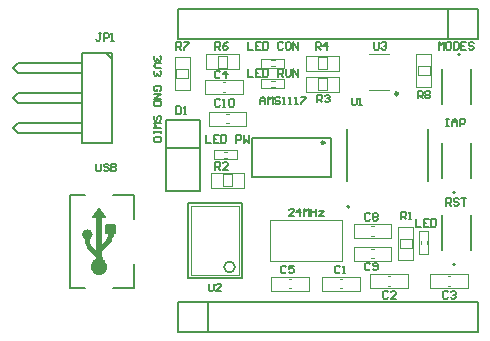
<source format=gto>
G04*
G04 #@! TF.GenerationSoftware,Altium Limited,Altium Designer,19.0.10 (269)*
G04*
G04 Layer_Color=65535*
%FSTAX25Y25*%
%MOIN*%
G70*
G01*
G75*
%ADD10C,0.00787*%
%ADD11C,0.00984*%
%ADD12C,0.00600*%
%ADD13C,0.01500*%
%ADD14C,0.02000*%
%ADD15C,0.03500*%
%ADD16C,0.00500*%
%ADD17C,0.00394*%
%ADD18C,0.00400*%
%ADD19C,0.00200*%
%ADD20C,0.00700*%
G36*
X0225713Y0130703D02*
Y012775D01*
X0222761Y012775D01*
Y0130703D01*
X0225713D01*
D02*
G37*
G36*
X02203Y0136018D02*
X0222269Y0133262D01*
X0218332D01*
X02203Y0136018D01*
D02*
G37*
D10*
X0303764Y0136618D02*
G03*
X0303764Y0136618I-0000394J0D01*
G01*
X0339106Y014137D02*
G03*
X0339106Y014137I-0000394J0D01*
G01*
X0340681Y018733D02*
G03*
X0340681Y018733I-0000394J0D01*
G01*
X0339106Y011737D02*
G03*
X0339106Y011737I-0000394J0D01*
G01*
X0191595Y0183D02*
X0193261Y0181333D01*
X0191595Y0173D02*
X0193261Y0174667D01*
X0191595Y0173D02*
X0193261Y0171333D01*
X0191595Y0183D02*
X0193261Y0184667D01*
X0222761Y0187833D02*
X0224428Y0186167D01*
X0224594Y0158D02*
Y0188D01*
X0214595D02*
X0224594D01*
X0214595Y0158D02*
X0224594D01*
X0214595D02*
Y0188D01*
X0193261Y0184667D02*
X0214494D01*
X0193261Y0181333D02*
X0214595D01*
X0193261Y0174667D02*
X0214494D01*
X0193261Y0171333D02*
X0214494D01*
X0191595Y0163D02*
X0193261Y0161333D01*
X0191595Y0163D02*
X0193261Y0164667D01*
X0214494D01*
X0193261Y0161333D02*
X0214595D01*
X0271311Y0146602D02*
X0297689D01*
X0271311Y0159398D02*
X0297689D01*
Y0146602D02*
Y0159398D01*
X0271311Y0146602D02*
Y0159398D01*
X02565Y0095D02*
Y0105D01*
X03465Y0095D02*
Y0105D01*
X02465Y0095D02*
X03465D01*
X02465D02*
Y0105D01*
X0254D01*
X03465D01*
X02465Y01925D02*
X0339D01*
X03465D01*
Y02025D01*
X02465D02*
X03465D01*
X02465Y01925D02*
Y02025D01*
X03365Y01925D02*
Y02025D01*
D11*
X0295484Y0158D02*
G03*
X0295484Y0158I-0000492J0D01*
G01*
X0319992Y0174346D02*
G03*
X0319992Y0174346I-0000492J0D01*
G01*
D12*
X02656Y0116541D02*
G03*
X02656Y0116541I-00018J0D01*
G01*
X0250013Y0113041D02*
X0267987D01*
X0250013D02*
Y0137959D01*
X0267987D01*
Y0113041D02*
Y0137959D01*
X02105Y01405D02*
X0215516D01*
X02105Y01095D02*
Y01405D01*
Y01095D02*
X0215516D01*
X0232Y01095D02*
Y01175D01*
X022502Y01095D02*
X0232Y01095D01*
X02321Y01325D02*
X02321Y01405D01*
X022502D02*
X02321D01*
D13*
X0223499Y0125483D02*
G03*
X0224237Y0127266I-0001783J0001783D01*
G01*
X0216379Y0124935D02*
G03*
X0217117Y0123152I0002521J0D01*
G01*
X0220546Y012253D02*
X0223499Y0125483D01*
X0217117Y0123152D02*
X0220554Y0119715D01*
X0224237Y0127266D02*
Y012925D01*
X0216379Y0124935D02*
Y012725D01*
D14*
X0217166Y0127356D02*
G03*
X0217166Y0127356I-0000787J0D01*
G01*
X02203Y011675D02*
Y013425D01*
D15*
X02213Y0116593D02*
G03*
X02213Y0116593I-0001J0D01*
G01*
D16*
X0330083Y0145339D02*
Y0162661D01*
X0302917Y0145339D02*
Y0162661D01*
X0334579Y0146095D02*
Y0157905D01*
X0344421Y0146095D02*
Y0157905D01*
Y0170794D02*
Y0182606D01*
X0334579Y0170794D02*
Y0182606D01*
Y0122095D02*
Y0133905D01*
X0344421Y0122095D02*
Y0133905D01*
X02425Y01561D02*
X02541D01*
X02425Y016243D02*
Y01655D01*
X02541D01*
Y016243D02*
Y01655D01*
Y01419D02*
Y016243D01*
X02425Y01419D02*
Y016243D01*
Y01419D02*
X02541D01*
X0222761Y0130703D02*
X0225713D01*
Y012775D02*
Y0130703D01*
X0222761Y012775D02*
X0225713Y012775D01*
X0222761Y012775D02*
Y0130703D01*
X0218332Y0133262D02*
X0222269D01*
X0218332D02*
X02203Y0136018D01*
X0222269Y0133262D01*
D17*
X02892Y0182D02*
Y0187D01*
Y0182D02*
X02982D01*
X03002D01*
Y0187D01*
X02892D02*
X03002D01*
X02932Y01825D02*
Y01865D01*
Y01825D02*
X02962D01*
Y01865D01*
X02932D02*
X02962D01*
X02892Y0175D02*
Y018D01*
Y0175D02*
X02982D01*
X03002D01*
Y018D01*
X02892D02*
X03002D01*
X02932Y01755D02*
Y01795D01*
Y01755D02*
X02962D01*
Y01795D01*
X02932D02*
X02962D01*
X027445Y0182901D02*
X028205D01*
X027445D02*
Y0186001D01*
X028205D01*
Y0182901D02*
Y0186001D01*
X027765Y0183501D02*
X027885D01*
X027765Y0185501D02*
X027885D01*
X027445Y0176094D02*
X028205D01*
X027445D02*
Y0179194D01*
X028205D01*
Y0176094D02*
Y0179194D01*
X027765Y0176694D02*
X027885D01*
X027765Y0178694D02*
X027885D01*
X031015Y0187437D02*
X0317039D01*
X031015Y0175429D02*
X0317039D01*
X0326Y01875D02*
X0331D01*
X0326Y01785D02*
Y01875D01*
Y01765D02*
Y01785D01*
Y01765D02*
X0331D01*
Y01875D01*
X03265Y01835D02*
X03305D01*
X03265Y01805D02*
Y01835D01*
Y01805D02*
X03305D01*
Y01835D01*
X032Y0119D02*
X0325D01*
Y0128D01*
Y013D01*
X032D02*
X0325D01*
X032Y0119D02*
Y013D01*
X03205Y0123D02*
X03245D01*
Y0126D01*
X03205D02*
X03245D01*
X03205Y0123D02*
Y0126D01*
X03269Y0120904D02*
Y0128504D01*
X033D01*
Y0120904D02*
Y0128504D01*
X03269Y0120904D02*
X033D01*
X03275Y0124103D02*
Y0125303D01*
X03295Y0124103D02*
Y0125303D01*
X0277366Y013222D02*
X0301382D01*
X0277366Y0118441D02*
Y013222D01*
X0301382Y0118441D02*
Y013222D01*
X0277366Y0118441D02*
X0301382D01*
X02575Y0143D02*
Y0148D01*
Y0143D02*
X02665D01*
X02685D01*
Y0148D01*
X02575D02*
X02685D01*
X02615Y01435D02*
Y01475D01*
Y01435D02*
X02645D01*
Y01475D01*
X02615D02*
X02645D01*
X02587Y01556D02*
X02663D01*
Y01525D02*
Y01556D01*
X02587Y01525D02*
X02663D01*
X02587D02*
Y01556D01*
X02619Y0155D02*
X02631D01*
X02619Y0153D02*
X02631D01*
X0256Y01825D02*
Y01875D01*
Y01825D02*
X0265D01*
X0267D01*
Y01875D01*
X0256D02*
X0267D01*
X026Y0183D02*
Y0187D01*
Y0183D02*
X0263D01*
Y0187D01*
X026D02*
X0263D01*
X02455Y0186501D02*
X02505D01*
X02455Y0177501D02*
Y0186501D01*
Y0175501D02*
Y0177501D01*
Y0175501D02*
X02505D01*
Y0186501D01*
X0246Y0182501D02*
X025D01*
X0246Y0179501D02*
Y0182501D01*
Y0179501D02*
X025D01*
Y0182501D01*
D18*
X03432Y0109503D02*
Y0114103D01*
X03308D02*
X03432D01*
X03308Y0109503D02*
Y0114103D01*
Y0109503D02*
X03432D01*
X03366Y0110204D02*
X03374D01*
X03366Y0113403D02*
X03374D01*
X03053Y01262D02*
Y01308D01*
Y01262D02*
X03177D01*
Y01308D01*
X03053D02*
X03177D01*
X03111Y01301D02*
X03119D01*
X03111Y01269D02*
X03119D01*
X03053Y01187D02*
Y01233D01*
Y01187D02*
X03177D01*
Y01233D01*
X03053D02*
X03177D01*
X03111Y01226D02*
X03119D01*
X03111Y01194D02*
X03119D01*
X03232Y0109503D02*
Y0114103D01*
X03108D02*
X03232D01*
X03108Y0109503D02*
Y0114103D01*
Y0109503D02*
X03232D01*
X03166Y0110204D02*
X03174D01*
X03166Y0113403D02*
X03174D01*
X02948Y01087D02*
Y01133D01*
Y01087D02*
X03072D01*
Y01133D01*
X02948D02*
X03072D01*
X03006Y01126D02*
X03014D01*
X03006Y01094D02*
X03014D01*
X02778Y01087D02*
Y01133D01*
Y01087D02*
X02902D01*
Y01133D01*
X02778D02*
X02902D01*
X02836Y01126D02*
X02844D01*
X02836Y01094D02*
X02844D01*
X02682Y01742D02*
Y01788D01*
X02558D02*
X02682D01*
X02558Y01742D02*
Y01788D01*
Y01742D02*
X02682D01*
X02616Y01749D02*
X02624D01*
X02616Y01781D02*
X02624D01*
X0269286Y01637D02*
Y01683D01*
X0256886D02*
X0269286D01*
X0256886Y01637D02*
Y01683D01*
Y01637D02*
X0269286D01*
X0262686Y01644D02*
X0263486D01*
X0262686Y01676D02*
X0263486D01*
D19*
X0250913Y0113941D02*
X0267087D01*
X0250913D02*
Y0137059D01*
X0267087D01*
Y0113941D02*
Y0137059D01*
D20*
X0240583Y0165362D02*
X0240999Y0165779D01*
Y0166612D01*
X0240583Y0167028D01*
X0240166D01*
X023975Y0166612D01*
Y0165779D01*
X0239333Y0165362D01*
X0238916D01*
X02385Y0165779D01*
Y0166612D01*
X0238916Y0167028D01*
X0240999Y0164529D02*
X02385D01*
X0239333Y0163696D01*
X02385Y0162863D01*
X0240999D01*
Y016203D02*
Y0161197D01*
Y0161614D01*
X02385D01*
Y016203D01*
Y0161197D01*
X0240999Y0158698D02*
Y0159531D01*
X0240583Y0159947D01*
X0238916D01*
X02385Y0159531D01*
Y0158698D01*
X0238916Y0158281D01*
X0240583D01*
X0240999Y0158698D01*
X0240583Y0175162D02*
X0240999Y0175579D01*
Y0176412D01*
X0240583Y0176828D01*
X0238916D01*
X02385Y0176412D01*
Y0175579D01*
X0238916Y0175162D01*
X023975D01*
Y0175995D01*
X02385Y0174329D02*
X0240999D01*
X02385Y0172663D01*
X0240999D01*
Y017183D02*
X02385D01*
Y017058D01*
X0238916Y0170164D01*
X0240583D01*
X0240999Y017058D01*
Y017183D01*
X0240583Y0187D02*
X0240999Y0186583D01*
Y018575D01*
X0240583Y0185334D01*
X0240166D01*
X023975Y018575D01*
Y0186167D01*
Y018575D01*
X0239333Y0185334D01*
X0238916D01*
X02385Y018575D01*
Y0186583D01*
X0238916Y0187D01*
X0240999Y0184501D02*
X0239333D01*
X02385Y0183668D01*
X0239333Y0182835D01*
X0240999D01*
X0240583Y0182002D02*
X0240999Y0181585D01*
Y0180752D01*
X0240583Y0180335D01*
X0240166D01*
X023975Y0180752D01*
Y0181169D01*
Y0180752D01*
X0239333Y0180335D01*
X0238916D01*
X02385Y0180752D01*
Y0181585D01*
X0238916Y0182002D01*
X0285266Y01335D02*
X02836D01*
X0285266Y0135166D01*
Y0135583D01*
X028485Y0135999D01*
X0284016D01*
X02836Y0135583D01*
X0287349Y01335D02*
Y0135999D01*
X0286099Y013475D01*
X0287765D01*
X0288598Y01335D02*
Y0135999D01*
X0289431Y0135166D01*
X0290265Y0135999D01*
Y01335D01*
X0291098Y0135999D02*
Y01335D01*
Y013475D01*
X0292764D01*
Y0135999D01*
Y01335D01*
X0293597Y0135166D02*
X0295263D01*
X0293597Y01335D01*
X0295263D01*
X03045Y0172999D02*
Y0170916D01*
X0304917Y01705D01*
X030575D01*
X0306166Y0170916D01*
Y0172999D01*
X0306999Y01705D02*
X0307832D01*
X0307416D01*
Y0172999D01*
X0306999Y0172583D01*
X03335Y0189D02*
Y0191499D01*
X0334333Y0190666D01*
X0335166Y0191499D01*
Y0189D01*
X0337249Y0191499D02*
X0336416D01*
X0335999Y0191083D01*
Y0189417D01*
X0336416Y0189D01*
X0337249D01*
X0337665Y0189417D01*
Y0191083D01*
X0337249Y0191499D01*
X0338498D02*
Y0189D01*
X0339748D01*
X0340164Y0189417D01*
Y0191083D01*
X0339748Y0191499D01*
X0338498D01*
X0342664D02*
X0340998D01*
Y0189D01*
X0342664D01*
X0340998Y019025D02*
X0341831D01*
X0345163Y0191083D02*
X0344746Y0191499D01*
X0343913D01*
X0343497Y0191083D01*
Y0190666D01*
X0343913Y019025D01*
X0344746D01*
X0345163Y0189833D01*
Y0189417D01*
X0344746Y0189D01*
X0343913D01*
X0343497Y0189417D01*
X0336Y0165999D02*
X0336833D01*
X0336417D01*
Y01635D01*
X0336D01*
X0336833D01*
X0338083D02*
Y0165166D01*
X0338916Y0165999D01*
X0339749Y0165166D01*
Y01635D01*
Y016475D01*
X0338083D01*
X0340582Y01635D02*
Y0165999D01*
X0341831D01*
X0342248Y0165583D01*
Y016475D01*
X0341831Y0164333D01*
X0340582D01*
X0336Y0137D02*
Y0139499D01*
X033725D01*
X0337666Y0139083D01*
Y013825D01*
X033725Y0137833D01*
X0336D01*
X0336833D02*
X0337666Y0137D01*
X0340165Y0139083D02*
X0339749Y0139499D01*
X0338916D01*
X0338499Y0139083D01*
Y0138666D01*
X0338916Y013825D01*
X0339749D01*
X0340165Y0137833D01*
Y0137417D01*
X0339749Y0137D01*
X0338916D01*
X0338499Y0137417D01*
X0340998Y0139499D02*
X0342665D01*
X0341831D01*
Y0137D01*
X03265Y01728D02*
Y0175299D01*
X032775D01*
X0328166Y0174883D01*
Y017405D01*
X032775Y0173633D01*
X03265D01*
X0327333D02*
X0328166Y01728D01*
X0328999Y0174883D02*
X0329416Y0175299D01*
X0330249D01*
X0330665Y0174883D01*
Y0174466D01*
X0330249Y017405D01*
X0330665Y0173633D01*
Y0173216D01*
X0330249Y01728D01*
X0329416D01*
X0328999Y0173216D01*
Y0173633D01*
X0329416Y017405D01*
X0328999Y0174466D01*
Y0174883D01*
X0329416Y017405D02*
X0330249D01*
X0246Y0189D02*
Y0191499D01*
X024725D01*
X0247666Y0191083D01*
Y019025D01*
X024725Y0189833D01*
X0246D01*
X0246833D02*
X0247666Y0189D01*
X0248499Y0191499D02*
X0250165D01*
Y0191083D01*
X0248499Y0189417D01*
Y0189D01*
X0259D02*
Y0191499D01*
X026025D01*
X0260666Y0191083D01*
Y019025D01*
X026025Y0189833D01*
X0259D01*
X0259833D02*
X0260666Y0189D01*
X0263165Y0191499D02*
X0262332Y0191083D01*
X0261499Y019025D01*
Y0189417D01*
X0261916Y0189D01*
X0262749D01*
X0263165Y0189417D01*
Y0189833D01*
X0262749Y019025D01*
X0261499D01*
X02925Y0189D02*
Y0191499D01*
X029375D01*
X0294166Y0191083D01*
Y019025D01*
X029375Y0189833D01*
X02925D01*
X0293333D02*
X0294166Y0189D01*
X0296249D02*
Y0191499D01*
X0294999Y019025D01*
X0296665D01*
X0293Y01715D02*
Y0173999D01*
X029425D01*
X0294666Y0173583D01*
Y017275D01*
X029425Y0172333D01*
X0293D01*
X0293833D02*
X0294666Y01715D01*
X0295499Y0173583D02*
X0295916Y0173999D01*
X0296749D01*
X0297165Y0173583D01*
Y0173166D01*
X0296749Y017275D01*
X0296332D01*
X0296749D01*
X0297165Y0172333D01*
Y0171916D01*
X0296749Y01715D01*
X0295916D01*
X0295499Y0171916D01*
X0259Y0149D02*
Y0151499D01*
X026025D01*
X0260666Y0151083D01*
Y015025D01*
X026025Y0149833D01*
X0259D01*
X0259833D02*
X0260666Y0149D01*
X0263165D02*
X0261499D01*
X0263165Y0150666D01*
Y0151083D01*
X0262749Y0151499D01*
X0261916D01*
X0261499Y0151083D01*
X0321Y01325D02*
Y0134999D01*
X032225D01*
X0322666Y0134583D01*
Y013375D01*
X032225Y0133333D01*
X0321D01*
X0321833D02*
X0322666Y01325D01*
X0323499D02*
X0324332D01*
X0323916D01*
Y0134999D01*
X0323499Y0134583D01*
X027Y0191499D02*
Y0189D01*
X0271666D01*
X0274165Y0191499D02*
X0272499D01*
Y0189D01*
X0274165D01*
X0272499Y019025D02*
X0273332D01*
X0274998Y0191499D02*
Y0189D01*
X0276248D01*
X0276664Y0189417D01*
Y0191083D01*
X0276248Y0191499D01*
X0274998D01*
X0281663Y0191083D02*
X0281246Y0191499D01*
X0280413D01*
X0279997Y0191083D01*
Y0189417D01*
X0280413Y0189D01*
X0281246D01*
X0281663Y0189417D01*
X0283746Y0191499D02*
X0282912D01*
X0282496Y0191083D01*
Y0189417D01*
X0282912Y0189D01*
X0283746D01*
X0284162Y0189417D01*
Y0191083D01*
X0283746Y0191499D01*
X0284995Y0189D02*
Y0191499D01*
X0286661Y0189D01*
Y0191499D01*
X027Y0182499D02*
Y018D01*
X0271666D01*
X0274165Y0182499D02*
X0272499D01*
Y018D01*
X0274165D01*
X0272499Y018125D02*
X0273332D01*
X0274998Y0182499D02*
Y018D01*
X0276248D01*
X0276664Y0180417D01*
Y0182083D01*
X0276248Y0182499D01*
X0274998D01*
X0279997Y018D02*
Y0182499D01*
X0281246D01*
X0281663Y0182083D01*
Y018125D01*
X0281246Y0180833D01*
X0279997D01*
X028083D02*
X0281663Y018D01*
X0282496Y0182499D02*
Y0180417D01*
X0282912Y018D01*
X0283746D01*
X0284162Y0180417D01*
Y0182499D01*
X0284995Y018D02*
Y0182499D01*
X0286661Y018D01*
Y0182499D01*
X0256Y0160499D02*
Y0158D01*
X0257666D01*
X0260165Y0160499D02*
X0258499D01*
Y0158D01*
X0260165D01*
X0258499Y015925D02*
X0259332D01*
X0260998Y0160499D02*
Y0158D01*
X0262248D01*
X0262664Y0158416D01*
Y0160083D01*
X0262248Y0160499D01*
X0260998D01*
X0265996Y0158D02*
Y0160499D01*
X0267246D01*
X0267663Y0160083D01*
Y015925D01*
X0267246Y0158833D01*
X0265996D01*
X0268496Y0160499D02*
Y0158D01*
X0269329Y0158833D01*
X0270162Y0158D01*
Y0160499D01*
X0326Y0132499D02*
Y013D01*
X0327666D01*
X0330165Y0132499D02*
X0328499D01*
Y013D01*
X0330165D01*
X0328499Y013125D02*
X0329332D01*
X0330998Y0132499D02*
Y013D01*
X0332248D01*
X0332664Y0130417D01*
Y0132083D01*
X0332248Y0132499D01*
X0330998D01*
X0220982Y0194499D02*
X0220149D01*
X0220565D01*
Y0192417D01*
X0220149Y0192D01*
X0219732D01*
X0219316Y0192417D01*
X0221815Y0192D02*
Y0194499D01*
X0223064D01*
X0223481Y0194083D01*
Y019325D01*
X0223064Y0192833D01*
X0221815D01*
X0224314Y0192D02*
X0225147D01*
X0224731D01*
Y0194499D01*
X0224314Y0194083D01*
X0219316Y0150991D02*
Y0148909D01*
X0219732Y0148492D01*
X0220565D01*
X0220982Y0148909D01*
Y0150991D01*
X0223481Y0150575D02*
X0223064Y0150991D01*
X0222232D01*
X0221815Y0150575D01*
Y0150158D01*
X0222232Y0149742D01*
X0223064D01*
X0223481Y0149325D01*
Y0148909D01*
X0223064Y0148492D01*
X0222232D01*
X0221815Y0148909D01*
X0224314Y0150991D02*
Y0148492D01*
X0225564D01*
X022598Y0148909D01*
Y0149325D01*
X0225564Y0149742D01*
X0224314D01*
X0225564D01*
X022598Y0150158D01*
Y0150575D01*
X0225564Y0150991D01*
X0224314D01*
X03119Y0191499D02*
Y0189417D01*
X0312316Y0189D01*
X031315D01*
X0313566Y0189417D01*
Y0191499D01*
X0314399Y0191083D02*
X0314816Y0191499D01*
X0315649D01*
X0316065Y0191083D01*
Y0190666D01*
X0315649Y019025D01*
X0315232D01*
X0315649D01*
X0316065Y0189833D01*
Y0189417D01*
X0315649Y0189D01*
X0314816D01*
X0314399Y0189417D01*
X0256886Y0110999D02*
Y0108916D01*
X0257302Y01085D01*
X0258135D01*
X0258552Y0108916D01*
Y0110999D01*
X0261051Y01085D02*
X0259385D01*
X0261051Y0110166D01*
Y0110583D01*
X0260635Y0110999D01*
X0259802D01*
X0259385Y0110583D01*
X0246Y0170099D02*
Y01676D01*
X024725D01*
X0247666Y0168017D01*
Y0169683D01*
X024725Y0170099D01*
X0246D01*
X0248499Y01676D02*
X0249332D01*
X0248916D01*
Y0170099D01*
X0248499Y0169683D01*
X0260666Y0172083D02*
X026025Y0172499D01*
X0259417D01*
X0259Y0172083D01*
Y0170416D01*
X0259417Y017D01*
X026025D01*
X0260666Y0170416D01*
X0261499Y017D02*
X0262332D01*
X0261916D01*
Y0172499D01*
X0261499Y0172083D01*
X0263582D02*
X0263998Y0172499D01*
X0264831D01*
X0265248Y0172083D01*
Y0170416D01*
X0264831Y017D01*
X0263998D01*
X0263582Y0170416D01*
Y0172083D01*
X0310666Y0117583D02*
X031025Y0117999D01*
X0309417D01*
X0309Y0117583D01*
Y0115917D01*
X0309417Y01155D01*
X031025D01*
X0310666Y0115917D01*
X0311499D02*
X0311916Y01155D01*
X0312749D01*
X0313165Y0115917D01*
Y0117583D01*
X0312749Y0117999D01*
X0311916D01*
X0311499Y0117583D01*
Y0117166D01*
X0311916Y011675D01*
X0313165D01*
X0310666Y0134083D02*
X031025Y0134499D01*
X0309417D01*
X0309Y0134083D01*
Y0132416D01*
X0309417Y0132D01*
X031025D01*
X0310666Y0132416D01*
X0311499Y0134083D02*
X0311916Y0134499D01*
X0312749D01*
X0313165Y0134083D01*
Y0133666D01*
X0312749Y013325D01*
X0313165Y0132833D01*
Y0132416D01*
X0312749Y0132D01*
X0311916D01*
X0311499Y0132416D01*
Y0132833D01*
X0311916Y013325D01*
X0311499Y0133666D01*
Y0134083D01*
X0311916Y013325D02*
X0312749D01*
X0282666Y0116583D02*
X028225Y0116999D01*
X0281417D01*
X0281Y0116583D01*
Y0114917D01*
X0281417Y01145D01*
X028225D01*
X0282666Y0114917D01*
X0285165Y0116999D02*
X0283499D01*
Y011575D01*
X0284332Y0116166D01*
X0284749D01*
X0285165Y011575D01*
Y0114917D01*
X0284749Y01145D01*
X0283916D01*
X0283499Y0114917D01*
X0260666Y0181583D02*
X026025Y0182D01*
X0259417D01*
X0259Y0181583D01*
Y0179917D01*
X0259417Y0179501D01*
X026025D01*
X0260666Y0179917D01*
X0262749Y0179501D02*
Y0182D01*
X0261499Y018075D01*
X0263165D01*
X0336666Y0108083D02*
X033625Y0108499D01*
X0335417D01*
X0335Y0108083D01*
Y0106416D01*
X0335417Y0106D01*
X033625D01*
X0336666Y0106416D01*
X0337499Y0108083D02*
X0337916Y0108499D01*
X0338749D01*
X0339165Y0108083D01*
Y0107666D01*
X0338749Y010725D01*
X0338332D01*
X0338749D01*
X0339165Y0106833D01*
Y0106416D01*
X0338749Y0106D01*
X0337916D01*
X0337499Y0106416D01*
X0316666Y0108083D02*
X031625Y0108499D01*
X0315417D01*
X0315Y0108083D01*
Y0106416D01*
X0315417Y0106D01*
X031625D01*
X0316666Y0106416D01*
X0319165Y0106D02*
X0317499D01*
X0319165Y0107666D01*
Y0108083D01*
X0318749Y0108499D01*
X0317916D01*
X0317499Y0108083D01*
X0300666Y0116583D02*
X030025Y0116999D01*
X0299416D01*
X0299Y0116583D01*
Y0114917D01*
X0299416Y01145D01*
X030025D01*
X0300666Y0114917D01*
X0301499Y01145D02*
X0302332D01*
X0301916D01*
Y0116999D01*
X0301499Y0116583D01*
X0274Y0170794D02*
Y0172461D01*
X0274833Y0173294D01*
X0275666Y0172461D01*
Y0170794D01*
Y0172044D01*
X0274D01*
X0276499Y0170794D02*
Y0173294D01*
X0277332Y0172461D01*
X0278165Y0173294D01*
Y0170794D01*
X0280664Y0172877D02*
X0280248Y0173294D01*
X0279415D01*
X0278998Y0172877D01*
Y0172461D01*
X0279415Y0172044D01*
X0280248D01*
X0280664Y0171627D01*
Y0171211D01*
X0280248Y0170794D01*
X0279415D01*
X0278998Y0171211D01*
X0281498Y0170794D02*
X0282331D01*
X0281914D01*
Y0173294D01*
X0281498Y0172877D01*
X028358Y0170794D02*
X0284413D01*
X0283997D01*
Y0173294D01*
X028358Y0172877D01*
X0285663Y0170794D02*
X0286496D01*
X0286079D01*
Y0173294D01*
X0285663Y0172877D01*
X0287746Y0173294D02*
X0289412D01*
Y0172877D01*
X0287746Y0171211D01*
Y0170794D01*
M02*

</source>
